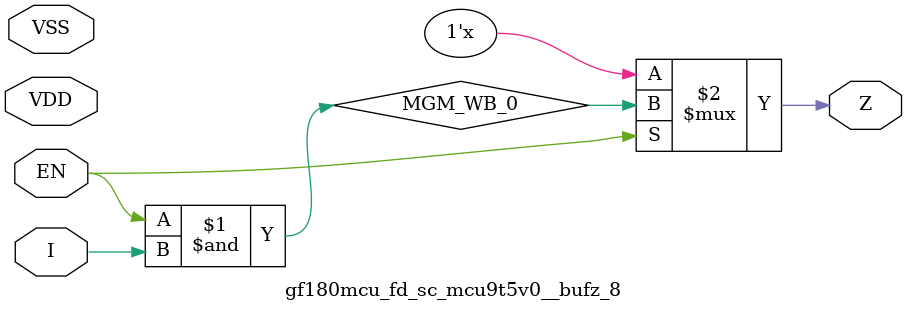
<source format=v>

module gf180mcu_fd_sc_mcu9t5v0__bufz_8( EN, I, Z, VDD, VSS );
input EN, I;
inout VDD, VSS;
output Z;

	wire MGM_WB_0;

	wire MGM_WB_1;

	and MGM_BG_0( MGM_WB_0, EN, I );

	not MGM_BG_1( MGM_WB_1, EN );

	bufif0 MGM_BG_2( Z, MGM_WB_0,MGM_WB_1 );

endmodule

</source>
